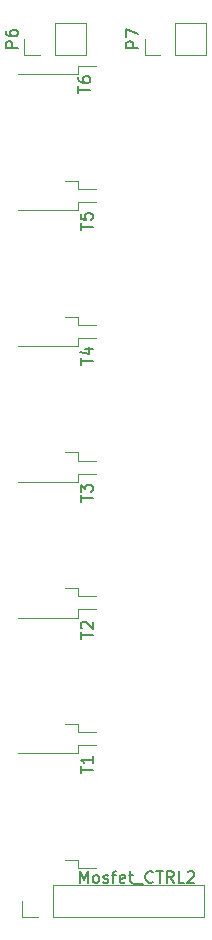
<source format=gbr>
G04 #@! TF.FileFunction,Legend,Top*
%FSLAX46Y46*%
G04 Gerber Fmt 4.6, Leading zero omitted, Abs format (unit mm)*
G04 Created by KiCad (PCBNEW 4.0.4-stable) date 08/18/21 08:28:06*
%MOMM*%
%LPD*%
G01*
G04 APERTURE LIST*
%ADD10C,0.100000*%
%ADD11C,0.120000*%
%ADD12C,0.150000*%
G04 APERTURE END LIST*
D10*
D11*
X158550000Y-68800000D02*
X157050000Y-68800000D01*
X157050000Y-68800000D02*
X157050000Y-69490000D01*
X157050000Y-69490000D02*
X151925000Y-69490000D01*
X158550000Y-79200000D02*
X157050000Y-79200000D01*
X157050000Y-79200000D02*
X157050000Y-78510000D01*
X157050000Y-78510000D02*
X155950000Y-78510000D01*
X157670000Y-56330000D02*
X157670000Y-53670000D01*
X155070000Y-56330000D02*
X157670000Y-56330000D01*
X155070000Y-53670000D02*
X157670000Y-53670000D01*
X155070000Y-56330000D02*
X155070000Y-53670000D01*
X153800000Y-56330000D02*
X152470000Y-56330000D01*
X152470000Y-56330000D02*
X152470000Y-55000000D01*
X167870000Y-56330000D02*
X167870000Y-53670000D01*
X165270000Y-56330000D02*
X167870000Y-56330000D01*
X165270000Y-53670000D02*
X167870000Y-53670000D01*
X165270000Y-56330000D02*
X165270000Y-53670000D01*
X164000000Y-56330000D02*
X162670000Y-56330000D01*
X162670000Y-56330000D02*
X162670000Y-55000000D01*
X158550000Y-114800000D02*
X157050000Y-114800000D01*
X157050000Y-114800000D02*
X157050000Y-115490000D01*
X157050000Y-115490000D02*
X151925000Y-115490000D01*
X158550000Y-125200000D02*
X157050000Y-125200000D01*
X157050000Y-125200000D02*
X157050000Y-124510000D01*
X157050000Y-124510000D02*
X155950000Y-124510000D01*
X158550000Y-103300000D02*
X157050000Y-103300000D01*
X157050000Y-103300000D02*
X157050000Y-103990000D01*
X157050000Y-103990000D02*
X151925000Y-103990000D01*
X158550000Y-113700000D02*
X157050000Y-113700000D01*
X157050000Y-113700000D02*
X157050000Y-113010000D01*
X157050000Y-113010000D02*
X155950000Y-113010000D01*
X158550000Y-91800000D02*
X157050000Y-91800000D01*
X157050000Y-91800000D02*
X157050000Y-92490000D01*
X157050000Y-92490000D02*
X151925000Y-92490000D01*
X158550000Y-102200000D02*
X157050000Y-102200000D01*
X157050000Y-102200000D02*
X157050000Y-101510000D01*
X157050000Y-101510000D02*
X155950000Y-101510000D01*
X158550000Y-80300000D02*
X157050000Y-80300000D01*
X157050000Y-80300000D02*
X157050000Y-80990000D01*
X157050000Y-80990000D02*
X151925000Y-80990000D01*
X158550000Y-90700000D02*
X157050000Y-90700000D01*
X157050000Y-90700000D02*
X157050000Y-90010000D01*
X157050000Y-90010000D02*
X155950000Y-90010000D01*
X158550000Y-57300000D02*
X157050000Y-57300000D01*
X157050000Y-57300000D02*
X157050000Y-57990000D01*
X157050000Y-57990000D02*
X151925000Y-57990000D01*
X158550000Y-67700000D02*
X157050000Y-67700000D01*
X157050000Y-67700000D02*
X157050000Y-67010000D01*
X157050000Y-67010000D02*
X155950000Y-67010000D01*
X167670000Y-129330000D02*
X167670000Y-126670000D01*
X154910000Y-129330000D02*
X167670000Y-129330000D01*
X154910000Y-126670000D02*
X167670000Y-126670000D01*
X154910000Y-129330000D02*
X154910000Y-126670000D01*
X153640000Y-129330000D02*
X152310000Y-129330000D01*
X152310000Y-129330000D02*
X152310000Y-128000000D01*
D12*
X157252381Y-71161905D02*
X157252381Y-70590476D01*
X158252381Y-70876191D02*
X157252381Y-70876191D01*
X157252381Y-69780952D02*
X157252381Y-70257143D01*
X157728571Y-70304762D01*
X157680952Y-70257143D01*
X157633333Y-70161905D01*
X157633333Y-69923809D01*
X157680952Y-69828571D01*
X157728571Y-69780952D01*
X157823810Y-69733333D01*
X158061905Y-69733333D01*
X158157143Y-69780952D01*
X158204762Y-69828571D01*
X158252381Y-69923809D01*
X158252381Y-70161905D01*
X158204762Y-70257143D01*
X158157143Y-70304762D01*
X151922381Y-55738095D02*
X150922381Y-55738095D01*
X150922381Y-55357142D01*
X150970000Y-55261904D01*
X151017619Y-55214285D01*
X151112857Y-55166666D01*
X151255714Y-55166666D01*
X151350952Y-55214285D01*
X151398571Y-55261904D01*
X151446190Y-55357142D01*
X151446190Y-55738095D01*
X150922381Y-54309523D02*
X150922381Y-54500000D01*
X150970000Y-54595238D01*
X151017619Y-54642857D01*
X151160476Y-54738095D01*
X151350952Y-54785714D01*
X151731905Y-54785714D01*
X151827143Y-54738095D01*
X151874762Y-54690476D01*
X151922381Y-54595238D01*
X151922381Y-54404761D01*
X151874762Y-54309523D01*
X151827143Y-54261904D01*
X151731905Y-54214285D01*
X151493810Y-54214285D01*
X151398571Y-54261904D01*
X151350952Y-54309523D01*
X151303333Y-54404761D01*
X151303333Y-54595238D01*
X151350952Y-54690476D01*
X151398571Y-54738095D01*
X151493810Y-54785714D01*
X162122381Y-55738095D02*
X161122381Y-55738095D01*
X161122381Y-55357142D01*
X161170000Y-55261904D01*
X161217619Y-55214285D01*
X161312857Y-55166666D01*
X161455714Y-55166666D01*
X161550952Y-55214285D01*
X161598571Y-55261904D01*
X161646190Y-55357142D01*
X161646190Y-55738095D01*
X161122381Y-54833333D02*
X161122381Y-54166666D01*
X162122381Y-54595238D01*
X157252381Y-117161905D02*
X157252381Y-116590476D01*
X158252381Y-116876191D02*
X157252381Y-116876191D01*
X158252381Y-115733333D02*
X158252381Y-116304762D01*
X158252381Y-116019048D02*
X157252381Y-116019048D01*
X157395238Y-116114286D01*
X157490476Y-116209524D01*
X157538095Y-116304762D01*
X157252381Y-105761905D02*
X157252381Y-105190476D01*
X158252381Y-105476191D02*
X157252381Y-105476191D01*
X157347619Y-104904762D02*
X157300000Y-104857143D01*
X157252381Y-104761905D01*
X157252381Y-104523809D01*
X157300000Y-104428571D01*
X157347619Y-104380952D01*
X157442857Y-104333333D01*
X157538095Y-104333333D01*
X157680952Y-104380952D01*
X158252381Y-104952381D01*
X158252381Y-104333333D01*
X157252381Y-94161905D02*
X157252381Y-93590476D01*
X158252381Y-93876191D02*
X157252381Y-93876191D01*
X157252381Y-93352381D02*
X157252381Y-92733333D01*
X157633333Y-93066667D01*
X157633333Y-92923809D01*
X157680952Y-92828571D01*
X157728571Y-92780952D01*
X157823810Y-92733333D01*
X158061905Y-92733333D01*
X158157143Y-92780952D01*
X158204762Y-92828571D01*
X158252381Y-92923809D01*
X158252381Y-93209524D01*
X158204762Y-93304762D01*
X158157143Y-93352381D01*
X157252381Y-82561905D02*
X157252381Y-81990476D01*
X158252381Y-82276191D02*
X157252381Y-82276191D01*
X157585714Y-81228571D02*
X158252381Y-81228571D01*
X157204762Y-81466667D02*
X157919048Y-81704762D01*
X157919048Y-81085714D01*
X157052381Y-59561905D02*
X157052381Y-58990476D01*
X158052381Y-59276191D02*
X157052381Y-59276191D01*
X157052381Y-58228571D02*
X157052381Y-58419048D01*
X157100000Y-58514286D01*
X157147619Y-58561905D01*
X157290476Y-58657143D01*
X157480952Y-58704762D01*
X157861905Y-58704762D01*
X157957143Y-58657143D01*
X158004762Y-58609524D01*
X158052381Y-58514286D01*
X158052381Y-58323809D01*
X158004762Y-58228571D01*
X157957143Y-58180952D01*
X157861905Y-58133333D01*
X157623810Y-58133333D01*
X157528571Y-58180952D01*
X157480952Y-58228571D01*
X157433333Y-58323809D01*
X157433333Y-58514286D01*
X157480952Y-58609524D01*
X157528571Y-58657143D01*
X157623810Y-58704762D01*
X157166666Y-126452381D02*
X157166666Y-125452381D01*
X157500000Y-126166667D01*
X157833333Y-125452381D01*
X157833333Y-126452381D01*
X158452380Y-126452381D02*
X158357142Y-126404762D01*
X158309523Y-126357143D01*
X158261904Y-126261905D01*
X158261904Y-125976190D01*
X158309523Y-125880952D01*
X158357142Y-125833333D01*
X158452380Y-125785714D01*
X158595238Y-125785714D01*
X158690476Y-125833333D01*
X158738095Y-125880952D01*
X158785714Y-125976190D01*
X158785714Y-126261905D01*
X158738095Y-126357143D01*
X158690476Y-126404762D01*
X158595238Y-126452381D01*
X158452380Y-126452381D01*
X159166666Y-126404762D02*
X159261904Y-126452381D01*
X159452380Y-126452381D01*
X159547619Y-126404762D01*
X159595238Y-126309524D01*
X159595238Y-126261905D01*
X159547619Y-126166667D01*
X159452380Y-126119048D01*
X159309523Y-126119048D01*
X159214285Y-126071429D01*
X159166666Y-125976190D01*
X159166666Y-125928571D01*
X159214285Y-125833333D01*
X159309523Y-125785714D01*
X159452380Y-125785714D01*
X159547619Y-125833333D01*
X159880952Y-125785714D02*
X160261904Y-125785714D01*
X160023809Y-126452381D02*
X160023809Y-125595238D01*
X160071428Y-125500000D01*
X160166666Y-125452381D01*
X160261904Y-125452381D01*
X160976191Y-126404762D02*
X160880953Y-126452381D01*
X160690476Y-126452381D01*
X160595238Y-126404762D01*
X160547619Y-126309524D01*
X160547619Y-125928571D01*
X160595238Y-125833333D01*
X160690476Y-125785714D01*
X160880953Y-125785714D01*
X160976191Y-125833333D01*
X161023810Y-125928571D01*
X161023810Y-126023810D01*
X160547619Y-126119048D01*
X161309524Y-125785714D02*
X161690476Y-125785714D01*
X161452381Y-125452381D02*
X161452381Y-126309524D01*
X161500000Y-126404762D01*
X161595238Y-126452381D01*
X161690476Y-126452381D01*
X161785715Y-126547619D02*
X162547620Y-126547619D01*
X163357144Y-126357143D02*
X163309525Y-126404762D01*
X163166668Y-126452381D01*
X163071430Y-126452381D01*
X162928572Y-126404762D01*
X162833334Y-126309524D01*
X162785715Y-126214286D01*
X162738096Y-126023810D01*
X162738096Y-125880952D01*
X162785715Y-125690476D01*
X162833334Y-125595238D01*
X162928572Y-125500000D01*
X163071430Y-125452381D01*
X163166668Y-125452381D01*
X163309525Y-125500000D01*
X163357144Y-125547619D01*
X163642858Y-125452381D02*
X164214287Y-125452381D01*
X163928572Y-126452381D02*
X163928572Y-125452381D01*
X165119049Y-126452381D02*
X164785715Y-125976190D01*
X164547620Y-126452381D02*
X164547620Y-125452381D01*
X164928573Y-125452381D01*
X165023811Y-125500000D01*
X165071430Y-125547619D01*
X165119049Y-125642857D01*
X165119049Y-125785714D01*
X165071430Y-125880952D01*
X165023811Y-125928571D01*
X164928573Y-125976190D01*
X164547620Y-125976190D01*
X166023811Y-126452381D02*
X165547620Y-126452381D01*
X165547620Y-125452381D01*
X166309525Y-125547619D02*
X166357144Y-125500000D01*
X166452382Y-125452381D01*
X166690478Y-125452381D01*
X166785716Y-125500000D01*
X166833335Y-125547619D01*
X166880954Y-125642857D01*
X166880954Y-125738095D01*
X166833335Y-125880952D01*
X166261906Y-126452381D01*
X166880954Y-126452381D01*
M02*

</source>
